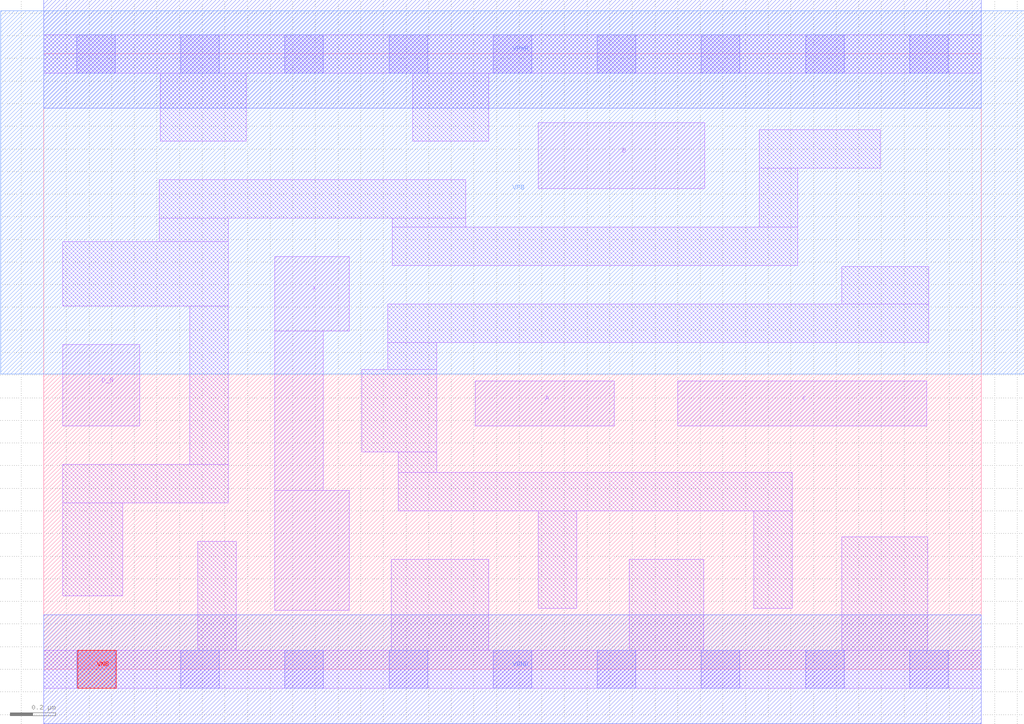
<source format=lef>
# Copyright 2020 The SkyWater PDK Authors
#
# Licensed under the Apache License, Version 2.0 (the "License");
# you may not use this file except in compliance with the License.
# You may obtain a copy of the License at
#
#     https://www.apache.org/licenses/LICENSE-2.0
#
# Unless required by applicable law or agreed to in writing, software
# distributed under the License is distributed on an "AS IS" BASIS,
# WITHOUT WARRANTIES OR CONDITIONS OF ANY KIND, either express or implied.
# See the License for the specific language governing permissions and
# limitations under the License.
#
# SPDX-License-Identifier: Apache-2.0

VERSION 5.7 ;
  NOWIREEXTENSIONATPIN ON ;
  DIVIDERCHAR "/" ;
  BUSBITCHARS "[]" ;
PROPERTYDEFINITIONS
  MACRO maskLayoutSubType STRING ;
  MACRO prCellType STRING ;
  MACRO originalViewName STRING ;
END PROPERTYDEFINITIONS
MACRO sky130_fd_sc_hdll__or4b_2
  CLASS CORE ;
  FOREIGN sky130_fd_sc_hdll__or4b_2 ;
  ORIGIN  0.000000  0.000000 ;
  SIZE  4.140000 BY  2.720000 ;
  SYMMETRY X Y R90 ;
  SITE unithd ;
  PIN A
    ANTENNAGATEAREA  0.138600 ;
    DIRECTION INPUT ;
    USE SIGNAL ;
    PORT
      LAYER li1 ;
        RECT 1.905000 1.075000 2.520000 1.275000 ;
    END
  END A
  PIN B
    ANTENNAGATEAREA  0.138600 ;
    DIRECTION INPUT ;
    USE SIGNAL ;
    PORT
      LAYER li1 ;
        RECT 2.185000 2.125000 2.920000 2.415000 ;
    END
  END B
  PIN C
    ANTENNAGATEAREA  0.138600 ;
    DIRECTION INPUT ;
    USE SIGNAL ;
    PORT
      LAYER li1 ;
        RECT 2.800000 1.075000 3.900000 1.275000 ;
    END
  END C
  PIN D_N
    ANTENNAGATEAREA  0.138600 ;
    DIRECTION INPUT ;
    USE SIGNAL ;
    PORT
      LAYER li1 ;
        RECT 0.085000 1.075000 0.425000 1.435000 ;
    END
  END D_N
  PIN VNB
    PORT
      LAYER pwell ;
        RECT 0.150000 -0.085000 0.320000 0.085000 ;
    END
  END VNB
  PIN VPB
    PORT
      LAYER nwell ;
        RECT -0.190000 1.305000 4.330000 2.910000 ;
    END
  END VPB
  PIN X
    ANTENNADIFFAREA  0.498000 ;
    DIRECTION OUTPUT ;
    USE SIGNAL ;
    PORT
      LAYER li1 ;
        RECT 1.020000 0.260000 1.350000 0.790000 ;
        RECT 1.020000 0.790000 1.235000 1.495000 ;
        RECT 1.020000 1.495000 1.350000 1.825000 ;
    END
  END X
  PIN VGND
    DIRECTION INOUT ;
    USE GROUND ;
    PORT
      LAYER met1 ;
        RECT 0.000000 -0.240000 4.140000 0.240000 ;
    END
  END VGND
  PIN VPWR
    DIRECTION INOUT ;
    USE POWER ;
    PORT
      LAYER met1 ;
        RECT 0.000000 2.480000 4.140000 2.960000 ;
    END
  END VPWR
  OBS
    LAYER li1 ;
      RECT 0.000000 -0.085000 4.140000 0.085000 ;
      RECT 0.000000  2.635000 4.140000 2.805000 ;
      RECT 0.085000  0.325000 0.350000 0.735000 ;
      RECT 0.085000  0.735000 0.815000 0.905000 ;
      RECT 0.085000  1.605000 0.815000 1.890000 ;
      RECT 0.510000  1.890000 0.815000 1.995000 ;
      RECT 0.510000  1.995000 1.865000 2.165000 ;
      RECT 0.515000  2.335000 0.895000 2.635000 ;
      RECT 0.645000  0.905000 0.815000 1.605000 ;
      RECT 0.680000  0.085000 0.850000 0.565000 ;
      RECT 1.405000  0.960000 1.735000 1.325000 ;
      RECT 1.520000  1.325000 1.735000 1.445000 ;
      RECT 1.520000  1.445000 3.910000 1.615000 ;
      RECT 1.535000  0.085000 1.965000 0.485000 ;
      RECT 1.540000  1.785000 3.330000 1.955000 ;
      RECT 1.540000  1.955000 1.865000 1.995000 ;
      RECT 1.565000  0.700000 3.305000 0.870000 ;
      RECT 1.565000  0.870000 1.735000 0.960000 ;
      RECT 1.630000  2.335000 1.965000 2.635000 ;
      RECT 2.185000  0.270000 2.355000 0.700000 ;
      RECT 2.585000  0.085000 2.915000 0.485000 ;
      RECT 3.135000  0.270000 3.305000 0.700000 ;
      RECT 3.160000  1.955000 3.330000 2.215000 ;
      RECT 3.160000  2.215000 3.695000 2.385000 ;
      RECT 3.525000  0.085000 3.905000 0.585000 ;
      RECT 3.525000  1.615000 3.910000 1.780000 ;
    LAYER mcon ;
      RECT 0.145000 -0.085000 0.315000 0.085000 ;
      RECT 0.145000  2.635000 0.315000 2.805000 ;
      RECT 0.605000 -0.085000 0.775000 0.085000 ;
      RECT 0.605000  2.635000 0.775000 2.805000 ;
      RECT 1.065000 -0.085000 1.235000 0.085000 ;
      RECT 1.065000  2.635000 1.235000 2.805000 ;
      RECT 1.525000 -0.085000 1.695000 0.085000 ;
      RECT 1.525000  2.635000 1.695000 2.805000 ;
      RECT 1.985000 -0.085000 2.155000 0.085000 ;
      RECT 1.985000  2.635000 2.155000 2.805000 ;
      RECT 2.445000 -0.085000 2.615000 0.085000 ;
      RECT 2.445000  2.635000 2.615000 2.805000 ;
      RECT 2.905000 -0.085000 3.075000 0.085000 ;
      RECT 2.905000  2.635000 3.075000 2.805000 ;
      RECT 3.365000 -0.085000 3.535000 0.085000 ;
      RECT 3.365000  2.635000 3.535000 2.805000 ;
      RECT 3.825000 -0.085000 3.995000 0.085000 ;
      RECT 3.825000  2.635000 3.995000 2.805000 ;
  END
  PROPERTY maskLayoutSubType "abstract" ;
  PROPERTY prCellType "standard" ;
  PROPERTY originalViewName "layout" ;
END sky130_fd_sc_hdll__or4b_2
END LIBRARY

</source>
